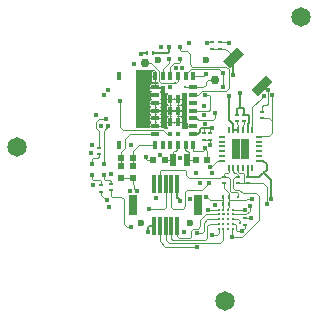
<source format=gbr>
G04 #@! TF.FileFunction,Copper,L6,Bot,Signal*
%FSLAX46Y46*%
G04 Gerber Fmt 4.6, Leading zero omitted, Abs format (unit mm)*
G04 Created by KiCad (PCBNEW 4.0.2+dfsg1-2~bpo8+1-stable) date jue 23 mar 2017 16:55:10 ART*
%MOMM*%
G01*
G04 APERTURE LIST*
%ADD10C,0.100000*%
%ADD11R,0.300000X0.280000*%
%ADD12R,0.450000X0.450000*%
%ADD13R,0.280000X0.300000*%
%ADD14C,0.260000*%
%ADD15R,0.500000X1.000000*%
%ADD16R,0.500000X0.500000*%
%ADD17C,0.600000*%
%ADD18R,0.300000X1.600000*%
%ADD19R,0.800000X1.800000*%
%ADD20R,0.650000X0.350000*%
%ADD21R,0.350000X0.650000*%
%ADD22R,0.350000X0.350000*%
%ADD23R,0.550000X0.250000*%
%ADD24R,0.250000X0.550000*%
%ADD25R,0.800000X0.850000*%
%ADD26C,1.651000*%
%ADD27C,0.762000*%
%ADD28C,0.406400*%
%ADD29C,0.254000*%
%ADD30C,0.088900*%
%ADD31C,0.101600*%
%ADD32C,0.203200*%
G04 APERTURE END LIST*
D10*
D11*
X89550000Y-69160000D03*
X89550000Y-68640000D03*
D12*
X77150000Y-68500000D03*
X78150000Y-68500000D03*
X78150000Y-67500000D03*
X77150000Y-67500000D03*
D11*
X77800000Y-66660000D03*
X77800000Y-66140000D03*
D10*
G36*
X92438047Y-60585966D02*
X91235966Y-61788047D01*
X90670281Y-61222362D01*
X91872362Y-60020281D01*
X92438047Y-60585966D01*
X92438047Y-60585966D01*
G37*
G36*
X90033883Y-58181802D02*
X88831802Y-59383883D01*
X88266117Y-58818198D01*
X89468198Y-57616117D01*
X90033883Y-58181802D01*
X90033883Y-58181802D01*
G37*
D11*
X88050000Y-57760000D03*
X88050000Y-57240000D03*
X87350000Y-57760000D03*
X87350000Y-57240000D03*
X87150000Y-64940000D03*
X87150000Y-65460000D03*
X86650000Y-64940000D03*
X86650000Y-65460000D03*
D13*
X88750000Y-70300000D03*
X88230000Y-70300000D03*
X88750000Y-70900000D03*
X88230000Y-70900000D03*
D11*
X90100000Y-72140000D03*
X90100000Y-72660000D03*
X78750000Y-69240000D03*
X78750000Y-69760000D03*
D14*
X87900000Y-71400000D03*
X87900000Y-72200000D03*
X88700000Y-72200000D03*
X88300000Y-71400000D03*
X87900000Y-72600000D03*
X88300000Y-72600000D03*
X89100000Y-72600000D03*
X88300000Y-71800000D03*
X88700000Y-73000000D03*
X87900000Y-71800000D03*
X88700000Y-71400000D03*
X88300000Y-73000000D03*
X88300000Y-72200000D03*
X87900000Y-73000000D03*
X88700000Y-72600000D03*
X88700000Y-71800000D03*
X89100000Y-71400000D03*
X89100000Y-73000000D03*
X89100000Y-72200000D03*
X89100000Y-71800000D03*
D15*
X85250000Y-67200000D03*
X84050000Y-67200000D03*
D16*
X85950000Y-67200000D03*
X86950000Y-67200000D03*
X83350000Y-67200000D03*
X82350000Y-67200000D03*
X79650000Y-67000000D03*
X80650000Y-67000000D03*
X79650000Y-68700000D03*
X79650000Y-67700000D03*
X80650000Y-68700000D03*
X80650000Y-67700000D03*
D11*
X91600000Y-63650000D03*
X91600000Y-63130000D03*
X89450000Y-63860000D03*
X89450000Y-63340000D03*
X88350000Y-69160000D03*
X88350000Y-68640000D03*
X90050000Y-63860000D03*
X90050000Y-63340000D03*
X90350000Y-69160000D03*
X90350000Y-68640000D03*
X77950000Y-69340000D03*
X77950000Y-69860000D03*
D17*
X86847840Y-58704220D03*
X82747840Y-58704220D03*
X85450000Y-72500000D03*
X81350000Y-72500000D03*
D18*
X84400000Y-72800000D03*
X83900000Y-72800000D03*
X83400000Y-72800000D03*
X82900000Y-72800000D03*
X82400000Y-72800000D03*
X82400000Y-69200000D03*
X82900000Y-69200000D03*
X83400000Y-69200000D03*
X83900000Y-69200000D03*
X84400000Y-69200000D03*
D19*
X80650000Y-71000000D03*
X86150000Y-71000000D03*
D20*
X82530000Y-63650000D03*
X82530000Y-63000000D03*
X82530000Y-62350000D03*
X82530000Y-61700000D03*
X82530000Y-61050000D03*
D21*
X82500000Y-60100000D03*
X83150000Y-60100000D03*
X83800000Y-60100000D03*
X84450000Y-60100000D03*
D20*
X85730000Y-64950000D03*
X85730000Y-64300000D03*
X85730000Y-63650000D03*
X85730000Y-63000000D03*
X85730000Y-62350000D03*
X85730000Y-61700000D03*
X85730000Y-61050000D03*
D21*
X85750000Y-60100000D03*
X85100000Y-60100000D03*
X79500000Y-65900000D03*
X84450000Y-64000000D03*
X85750000Y-65900000D03*
X85100000Y-65900000D03*
X84450000Y-65900000D03*
X83800000Y-65900000D03*
X83150000Y-65900000D03*
X82500000Y-65900000D03*
D20*
X82530000Y-64950000D03*
X82530000Y-64300000D03*
D21*
X84450000Y-63000000D03*
X84450000Y-62000000D03*
D22*
X84450000Y-64950000D03*
X83800000Y-61050000D03*
D21*
X83800000Y-62000000D03*
X83800000Y-63000000D03*
X83800000Y-64000000D03*
D22*
X83800000Y-64950000D03*
D21*
X79500000Y-60100000D03*
D23*
X88150000Y-67240000D03*
X88150000Y-66840000D03*
X88150000Y-66440000D03*
X88150000Y-66040000D03*
X88150000Y-65240000D03*
D24*
X88750000Y-64640000D03*
X89150000Y-64640000D03*
X89550000Y-64640000D03*
X89950000Y-64640000D03*
D25*
X89350000Y-65840000D03*
X89350000Y-66640000D03*
X90150000Y-66640000D03*
X90150000Y-65840000D03*
D24*
X90350000Y-64640000D03*
X90750000Y-64640000D03*
D23*
X91350000Y-65240000D03*
X91350000Y-65640000D03*
X91350000Y-66040000D03*
X91350000Y-66440000D03*
X91350000Y-66840000D03*
X91350000Y-67240000D03*
D24*
X90750000Y-67840000D03*
X90350000Y-67840000D03*
D23*
X88150000Y-65640000D03*
D24*
X89950000Y-67840000D03*
X89550000Y-67840000D03*
X89150000Y-67840000D03*
X88750000Y-67840000D03*
D12*
X84650000Y-58600000D03*
X84650000Y-57600000D03*
X83650000Y-57600000D03*
X83650000Y-58600000D03*
D13*
X82310000Y-58100000D03*
X81790000Y-58100000D03*
D26*
X94850000Y-55100000D03*
X88450000Y-79100000D03*
X70850000Y-66100000D03*
D27*
X87550000Y-60400000D03*
X81650000Y-59000000D03*
D28*
X78650000Y-71200000D03*
X86950000Y-57300000D03*
X84650000Y-66999998D03*
X86842118Y-70300000D03*
X80450000Y-65900000D03*
X81750000Y-66900000D03*
X81355686Y-60900000D03*
X86850000Y-59900000D03*
X81250004Y-64200000D03*
X81450000Y-62600000D03*
X78513430Y-61300000D03*
X82570055Y-70398287D03*
X86750000Y-64100000D03*
X87150000Y-65900000D03*
X86750000Y-66200000D03*
X85450000Y-70500000D03*
X80950000Y-69807884D03*
X89686560Y-61500000D03*
X83050000Y-57600000D03*
X81950004Y-73300000D03*
X92350000Y-70527126D03*
X92050000Y-61300000D03*
X77050000Y-66600000D03*
X77213430Y-65880144D03*
X84948782Y-73300000D03*
X86350000Y-69100000D03*
X86650000Y-63400000D03*
X80350000Y-69807884D03*
X77250000Y-69300000D03*
X81349996Y-58200000D03*
X88771510Y-61743021D03*
X78150000Y-61700000D03*
X87192102Y-67800000D03*
X87350000Y-64500002D03*
X88750000Y-57300000D03*
X90713430Y-70527116D03*
X90667338Y-72112143D03*
X91950000Y-70900000D03*
X78550000Y-64300000D03*
X77949996Y-64300000D03*
X84649507Y-70624511D03*
X92450000Y-61700000D03*
X86650000Y-62599994D03*
X80750006Y-59100000D03*
X85350000Y-57300004D03*
X87087991Y-69137991D03*
D29*
X88700000Y-71800000D03*
D28*
X89132782Y-60007808D03*
X87550000Y-70999994D03*
D29*
X88300000Y-72600000D03*
D28*
X88250000Y-59800000D03*
X88239958Y-61000000D03*
D29*
X88700000Y-73000000D03*
D28*
X89850000Y-73200000D03*
X91750000Y-61752898D03*
D29*
X89550000Y-70333290D03*
X88700000Y-72600000D03*
D28*
X81982757Y-71306835D03*
X89050000Y-73700000D03*
X84814596Y-59423270D03*
X90150000Y-71400000D03*
X84314595Y-59423270D03*
X90528492Y-71043022D03*
X86750000Y-61700000D03*
X87550000Y-63200000D03*
X79550000Y-62200000D03*
X86050000Y-74536570D03*
X86050000Y-73400000D03*
X82893453Y-66743453D03*
X78750000Y-68400000D03*
X85963722Y-68263430D03*
X87350000Y-73499992D03*
X77549994Y-63400000D03*
D29*
X85050000Y-61000000D03*
X88309109Y-71790891D03*
X84225000Y-60700000D03*
X88300000Y-72200000D03*
D28*
X87023121Y-71457791D03*
X78359022Y-63696107D03*
X78430061Y-70604080D03*
D29*
X89684102Y-72534102D03*
D28*
X87350000Y-68300000D03*
X80450000Y-72900000D03*
D29*
X88700000Y-72200000D03*
D30*
X86650000Y-60100000D02*
X86850000Y-59900000D01*
X85750000Y-60100000D02*
X86650000Y-60100000D01*
X87010000Y-57240000D02*
X86950000Y-57300000D01*
X87350000Y-57240000D02*
X87010000Y-57240000D01*
D31*
X87142118Y-70600000D02*
X87045317Y-70503199D01*
X87045317Y-70503199D02*
X86842118Y-70300000D01*
X88230000Y-70600000D02*
X87142118Y-70600000D01*
D30*
X81750000Y-67100000D02*
X81750000Y-66900000D01*
D31*
X81450000Y-62887368D02*
X81450000Y-62600000D01*
X81450000Y-63450000D02*
X81450000Y-62887368D01*
X81600000Y-63600000D02*
X81450000Y-63450000D01*
D32*
X90350000Y-64640000D02*
X90350000Y-64161800D01*
X90350000Y-64161800D02*
X90450000Y-64061800D01*
X90450000Y-64061800D02*
X90450000Y-63386800D01*
X90450000Y-63386800D02*
X90403200Y-63340000D01*
X90403200Y-63340000D02*
X90050000Y-63340000D01*
X91650000Y-68300000D02*
X91750000Y-68300000D01*
X91750000Y-68300000D02*
X92350000Y-68900000D01*
X91650000Y-68300000D02*
X91310000Y-68640000D01*
X91310000Y-68640000D02*
X90350000Y-68640000D01*
X91950000Y-68000000D02*
X91650000Y-68300000D01*
X92350000Y-70239758D02*
X92350000Y-70527126D01*
X92350000Y-68900000D02*
X92350000Y-70239758D01*
X91350000Y-67240000D02*
X91690000Y-67240000D01*
X91690000Y-67240000D02*
X91950000Y-67500000D01*
X91950000Y-67500000D02*
X91950000Y-68000000D01*
X89550000Y-62800000D02*
X89750000Y-62800000D01*
X89750000Y-62800000D02*
X89950000Y-62800000D01*
X89686560Y-61636560D02*
X89686560Y-62736560D01*
X89686560Y-62736560D02*
X89750000Y-62800000D01*
X89686560Y-61636560D02*
X89686560Y-61500000D01*
X89450000Y-63340000D02*
X89450000Y-62900000D01*
X89450000Y-62900000D02*
X89550000Y-62800000D01*
X89950000Y-62800000D02*
X90050000Y-62900000D01*
X90050000Y-62900000D02*
X90050000Y-63340000D01*
X90350000Y-67840000D02*
X90350000Y-68640000D01*
D31*
X86750022Y-64100022D02*
X86750000Y-64100000D01*
X86849984Y-64100022D02*
X86750022Y-64100022D01*
X86750000Y-64200000D02*
X86750000Y-64100000D01*
D30*
X87150000Y-65460000D02*
X87150000Y-65900000D01*
D31*
X85700000Y-65900000D02*
X85700000Y-66350000D01*
X85700000Y-66350000D02*
X85750000Y-66400000D01*
X85750000Y-66400000D02*
X86550000Y-66400000D01*
X86550000Y-66400000D02*
X86750000Y-66200000D01*
X86950000Y-66400000D02*
X86750000Y-66200000D01*
X86950000Y-67200000D02*
X86950000Y-66400000D01*
X91750000Y-62500000D02*
X91600000Y-62650000D01*
X91600000Y-62650000D02*
X91600000Y-63130000D01*
X91950000Y-62500000D02*
X91750000Y-62500000D01*
X92092901Y-62357099D02*
X91950000Y-62500000D01*
X92050000Y-61300000D02*
X92050000Y-61545404D01*
X92050000Y-61545404D02*
X92092901Y-61588305D01*
X92092901Y-61588305D02*
X92092901Y-62357099D01*
X87150000Y-65460000D02*
X86650000Y-65460000D01*
X80746801Y-69296801D02*
X80650000Y-69200000D01*
X80650000Y-69200000D02*
X80650000Y-68700000D01*
X80950000Y-69807884D02*
X80746801Y-69604685D01*
X80746801Y-69604685D02*
X80746801Y-69296801D01*
X79650000Y-68700000D02*
X80650000Y-68700000D01*
X82350000Y-67200000D02*
X81850000Y-67200000D01*
X81850000Y-67200000D02*
X81750000Y-67100000D01*
D32*
X81950004Y-73012632D02*
X81950004Y-73300000D01*
X81950004Y-72896796D02*
X81950004Y-73012632D01*
X82046800Y-72800000D02*
X81950004Y-72896796D01*
X82400000Y-72800000D02*
X82046800Y-72800000D01*
X91950000Y-61300000D02*
X92050000Y-61300000D01*
X91554164Y-60904164D02*
X91950000Y-61300000D01*
D31*
X88230000Y-70300000D02*
X88230000Y-70600000D01*
X88230000Y-70600000D02*
X88230000Y-70900000D01*
X88250000Y-71166153D02*
X88244553Y-71166153D01*
X88244553Y-71166153D02*
X88230000Y-71151600D01*
X88230000Y-71151600D02*
X88230000Y-70900000D01*
X88300000Y-71400000D02*
X88300000Y-71216153D01*
X88300000Y-71216153D02*
X88250000Y-71166153D01*
D32*
X81349996Y-58196804D02*
X81349996Y-58200000D01*
X81790000Y-58100000D02*
X81446800Y-58100000D01*
X81350000Y-58200000D02*
X81349996Y-58200000D01*
X81446800Y-58100000D02*
X81349996Y-58196804D01*
X81450000Y-58100000D02*
X81350000Y-58200000D01*
D31*
X78150000Y-67500000D02*
X78150000Y-64700000D01*
X78150000Y-64700000D02*
X78550000Y-64300000D01*
D32*
X89150000Y-64161800D02*
X88771510Y-63783310D01*
X89150000Y-64640000D02*
X89150000Y-64161800D01*
X88771510Y-63783310D02*
X88771510Y-62030389D01*
X88771510Y-62030389D02*
X88771510Y-61743021D01*
D30*
X87326100Y-67700000D02*
X87292102Y-67700000D01*
X87292102Y-67700000D02*
X87192102Y-67800000D01*
X88150000Y-67240000D02*
X87786100Y-67240000D01*
X87786100Y-67240000D02*
X87326100Y-67700000D01*
D32*
X89150000Y-64640000D02*
X89550000Y-64640000D01*
D31*
X89450000Y-63860000D02*
X89450000Y-64101600D01*
X89450000Y-64101600D02*
X89550000Y-64201600D01*
X89550000Y-64201600D02*
X89550000Y-64640000D01*
X90550000Y-69160000D02*
X90350000Y-69160000D01*
X90350000Y-69160000D02*
X90010000Y-69160000D01*
X90050000Y-69160000D02*
X90010000Y-69160000D01*
X89950000Y-68300000D02*
X90050000Y-68400000D01*
X90050000Y-68400000D02*
X90050000Y-69160000D01*
X89655079Y-68300000D02*
X89950000Y-68300000D01*
X89550000Y-68194921D02*
X89655079Y-68300000D01*
X89550000Y-67840000D02*
X89550000Y-68194921D01*
X89550000Y-69160000D02*
X89801600Y-69160000D01*
X89801600Y-69160000D02*
X90010000Y-69160000D01*
D30*
X88750000Y-70300000D02*
X88750000Y-70000000D01*
X88750000Y-70000000D02*
X88350000Y-69600000D01*
X88350000Y-69600000D02*
X88350000Y-69160000D01*
D31*
X91350000Y-65200000D02*
X92150000Y-65200000D01*
X92150000Y-65200000D02*
X92450000Y-64900000D01*
X92450000Y-64900000D02*
X92450000Y-63900000D01*
D32*
X87150000Y-64500000D02*
X87349998Y-64500000D01*
X87350000Y-64519110D02*
X87350000Y-64500002D01*
X87349998Y-64500000D02*
X87350000Y-64500002D01*
D31*
X91950000Y-69500000D02*
X91950000Y-70900000D01*
X91610000Y-69160000D02*
X91950000Y-69500000D01*
X90550000Y-69160000D02*
X91610000Y-69160000D01*
X88750000Y-70600000D02*
X90242504Y-70600000D01*
X90242504Y-70600000D02*
X90315388Y-70527116D01*
X90315388Y-70527116D02*
X90426062Y-70527116D01*
X90426062Y-70527116D02*
X90713430Y-70527116D01*
D32*
X86650000Y-64500000D02*
X87150000Y-64500000D01*
D31*
X87150000Y-64940000D02*
X87150000Y-64698400D01*
X87150000Y-64698400D02*
X87150000Y-64500000D01*
D32*
X86450000Y-64500000D02*
X86650000Y-64500000D01*
D31*
X86650000Y-64940000D02*
X86650000Y-64698400D01*
X86650000Y-64698400D02*
X86650000Y-64500000D01*
D32*
X86350000Y-64600000D02*
X86450000Y-64500000D01*
X86350000Y-64783200D02*
X86350000Y-64600000D01*
X85680000Y-64950000D02*
X86183200Y-64950000D01*
X86183200Y-64950000D02*
X86350000Y-64783200D01*
D30*
X88050000Y-57240000D02*
X88690000Y-57240000D01*
X88690000Y-57240000D02*
X88750000Y-57300000D01*
D31*
X90379970Y-72112143D02*
X90667338Y-72112143D01*
X90122857Y-72112143D02*
X90379970Y-72112143D01*
X90100000Y-72135000D02*
X90122857Y-72112143D01*
X92200000Y-63650000D02*
X92450000Y-63900000D01*
X91600000Y-63650000D02*
X92200000Y-63650000D01*
D32*
X84446308Y-70421312D02*
X84649507Y-70624511D01*
X84400000Y-69200000D02*
X84400000Y-70375004D01*
X84400000Y-70375004D02*
X84446308Y-70421312D01*
D31*
X92450000Y-63900000D02*
X92450000Y-61700000D01*
X88750000Y-70600000D02*
X88750000Y-70900000D01*
X88750000Y-70300000D02*
X88750000Y-70600000D01*
X88700000Y-71400000D02*
X88700000Y-71216153D01*
X88700000Y-71216153D02*
X88750000Y-71166153D01*
X88750000Y-71166153D02*
X88750000Y-70900000D01*
D30*
X83900000Y-69200000D02*
X83900000Y-71150000D01*
X83900000Y-71150000D02*
X84050000Y-71300000D01*
X84050000Y-71300000D02*
X84850000Y-71300000D01*
X84850000Y-71300000D02*
X85050000Y-71100000D01*
X85050000Y-71100000D02*
X85050000Y-69900000D01*
X85050000Y-69900000D02*
X85250000Y-69700000D01*
X85250000Y-69700000D02*
X86525982Y-69700000D01*
X86525982Y-69700000D02*
X86884792Y-69341190D01*
X86884792Y-69341190D02*
X87087991Y-69137991D01*
X88050000Y-57760000D02*
X88410000Y-57760000D01*
X88410000Y-57760000D02*
X88650000Y-58000000D01*
X87350000Y-57760000D02*
X88050000Y-57760000D01*
D32*
X89150000Y-59990590D02*
X89132782Y-60007808D01*
X89150000Y-58500000D02*
X89150000Y-59990590D01*
D30*
X88650000Y-58000000D02*
X89150000Y-58500000D01*
X88239958Y-61000000D02*
X88239958Y-59810042D01*
X88046801Y-59596801D02*
X88250000Y-59800000D01*
X85572189Y-59477811D02*
X87927811Y-59477811D01*
X88239958Y-59810042D02*
X88250000Y-59800000D01*
X85100000Y-60100000D02*
X85100000Y-59950000D01*
X85100000Y-59950000D02*
X85572189Y-59477811D01*
X87927811Y-59477811D02*
X88046801Y-59596801D01*
X89100000Y-72600000D02*
X89250000Y-72600000D01*
X89363351Y-73113351D02*
X89450000Y-73200000D01*
X89250000Y-72600000D02*
X89363351Y-72713351D01*
X89363351Y-72713351D02*
X89363351Y-73113351D01*
X89450000Y-73200000D02*
X89850000Y-73200000D01*
D31*
X90100000Y-72950000D02*
X90053199Y-72996801D01*
X90053199Y-72996801D02*
X89850000Y-73200000D01*
X90100000Y-72665000D02*
X90100000Y-72950000D01*
X90750000Y-64600000D02*
X90750000Y-62700012D01*
X90750000Y-62700012D02*
X91523013Y-61926999D01*
X91523013Y-61926999D02*
X91650012Y-61800000D01*
D30*
X91650012Y-61800000D02*
X91702898Y-61800000D01*
X91702898Y-61800000D02*
X91750000Y-61752898D01*
X88350000Y-68640000D02*
X88111100Y-68640000D01*
X88111100Y-68640000D02*
X88051100Y-68700000D01*
X85050000Y-68000000D02*
X83050000Y-68000000D01*
X88051100Y-68700000D02*
X85350000Y-68700000D01*
X85350000Y-68700000D02*
X85150000Y-68500000D01*
X85150000Y-68500000D02*
X85150000Y-68100000D01*
X85150000Y-68100000D02*
X85050000Y-68000000D01*
X83050000Y-68000000D02*
X82902160Y-68147840D01*
X82902160Y-68147840D02*
X82902160Y-69204220D01*
X89550000Y-70333290D02*
X89550000Y-70000000D01*
X89550000Y-70000000D02*
X89450000Y-69900000D01*
X89450000Y-69900000D02*
X88950000Y-69900000D01*
X88950000Y-69900000D02*
X88850000Y-69800000D01*
X88850000Y-69800000D02*
X88850000Y-68800000D01*
X88690000Y-68640000D02*
X88350000Y-68640000D01*
X88850000Y-68800000D02*
X88690000Y-68640000D01*
X88350000Y-68640000D02*
X88350000Y-68411100D01*
X88653900Y-68300000D02*
X88750000Y-68203900D01*
X88350000Y-68411100D02*
X88461100Y-68300000D01*
X88461100Y-68300000D02*
X88653900Y-68300000D01*
X88750000Y-68203900D02*
X88750000Y-67840000D01*
X89050000Y-73700000D02*
X89848098Y-73700000D01*
X89848098Y-73700000D02*
X91313448Y-72234650D01*
X91313448Y-72234650D02*
X91313448Y-70263448D01*
X91313448Y-70263448D02*
X91050000Y-70000000D01*
X89310000Y-68640000D02*
X89550000Y-68640000D01*
X91050000Y-70000000D02*
X89950000Y-70000000D01*
X89650000Y-69700000D02*
X89250000Y-69700000D01*
X89950000Y-70000000D02*
X89650000Y-69700000D01*
X89250000Y-69700000D02*
X89150000Y-69600000D01*
X89150000Y-68800000D02*
X89310000Y-68640000D01*
X89150000Y-69600000D02*
X89150000Y-68800000D01*
X89100000Y-73000000D02*
X89050000Y-73050000D01*
X89050000Y-73050000D02*
X89050000Y-73700000D01*
X89246100Y-68300000D02*
X89394639Y-68300000D01*
X89394639Y-68300000D02*
X89550000Y-68455361D01*
X89550000Y-68455361D02*
X89550000Y-68640000D01*
X89246100Y-68300000D02*
X89250000Y-68300000D01*
X89150000Y-67840000D02*
X89150000Y-68203900D01*
X89150000Y-68203900D02*
X89246100Y-68300000D01*
X83400000Y-69200000D02*
X83400000Y-71150000D01*
X83400000Y-71150000D02*
X83243165Y-71306835D01*
X82270125Y-71306835D02*
X81982757Y-71306835D01*
X83243165Y-71306835D02*
X82270125Y-71306835D01*
X90250000Y-71300000D02*
X90150000Y-71400000D01*
X89100000Y-71400000D02*
X90150000Y-71400000D01*
X89100000Y-71800000D02*
X90237368Y-71800000D01*
X90528492Y-71330390D02*
X90528492Y-71043022D01*
X90528492Y-71508876D02*
X90528492Y-71330390D01*
X90237368Y-71800000D02*
X90528492Y-71508876D01*
X77850000Y-68900000D02*
X77950000Y-69000000D01*
X77950000Y-69000000D02*
X77950000Y-69340000D01*
X77236100Y-68900000D02*
X77850000Y-68900000D01*
X77150000Y-68500000D02*
X77150000Y-68813900D01*
X77150000Y-68813900D02*
X77236100Y-68900000D01*
X78650000Y-68900000D02*
X78750000Y-69000000D01*
X78750000Y-69000000D02*
X78750000Y-69240000D01*
X78236100Y-68900000D02*
X78650000Y-68900000D01*
X78150000Y-68500000D02*
X78150000Y-68813900D01*
X78150000Y-68813900D02*
X78236100Y-68900000D01*
X77150000Y-67500000D02*
X77150000Y-67100000D01*
X77150000Y-67100000D02*
X77250000Y-67000000D01*
X77250000Y-67000000D02*
X77688900Y-67000000D01*
X77688900Y-67000000D02*
X77800000Y-66888900D01*
X77800000Y-66888900D02*
X77800000Y-66660000D01*
D31*
X90050000Y-63860000D02*
X90050000Y-64101600D01*
X90050000Y-64101600D02*
X89950000Y-64201600D01*
X89950000Y-64201600D02*
X89950000Y-64640000D01*
D30*
X85680000Y-63000000D02*
X87050000Y-63000000D01*
X87050000Y-63000000D02*
X87153199Y-62896801D01*
X87153199Y-61803199D02*
X87050000Y-61700000D01*
X87153199Y-62896801D02*
X87153199Y-61803199D01*
X87050000Y-61700000D02*
X86750000Y-61700000D01*
X85680000Y-63650000D02*
X86068900Y-63650000D01*
X86068900Y-63650000D02*
X86182348Y-63763448D01*
X86182348Y-63763448D02*
X87386552Y-63763448D01*
X87386552Y-63763448D02*
X87550000Y-63600000D01*
X87550000Y-63600000D02*
X87550000Y-63200000D01*
X83750000Y-64950000D02*
X83511100Y-64950000D01*
X83511100Y-64950000D02*
X83186100Y-64625000D01*
X83186100Y-64625000D02*
X79775000Y-64625000D01*
X79775000Y-64625000D02*
X79550000Y-64400000D01*
X79550000Y-64400000D02*
X79550000Y-62200000D01*
X87900000Y-71800000D02*
X86850000Y-71800000D01*
X86850000Y-71800000D02*
X86350000Y-72300000D01*
X86350000Y-72300000D02*
X86350000Y-72800000D01*
X84400000Y-73650000D02*
X84400000Y-72800000D01*
X86350000Y-72800000D02*
X86150000Y-73000000D01*
X84550000Y-73800000D02*
X84400000Y-73650000D01*
X86150000Y-73000000D02*
X85750000Y-73000000D01*
X85550000Y-73200000D02*
X85550000Y-73700000D01*
X85450000Y-73800000D02*
X84550000Y-73800000D01*
X85750000Y-73000000D02*
X85550000Y-73200000D01*
X85550000Y-73700000D02*
X85450000Y-73800000D01*
X87900000Y-72600000D02*
X87150000Y-72600000D01*
X87150000Y-72600000D02*
X86950000Y-72800000D01*
X86950000Y-72800000D02*
X86950000Y-73800000D01*
X84050000Y-74000000D02*
X83897840Y-73847840D01*
X86950000Y-73800000D02*
X86750000Y-74000000D01*
X86750000Y-74000000D02*
X84050000Y-74000000D01*
X83897840Y-73847840D02*
X83897840Y-72800860D01*
X83400000Y-72800000D02*
X83400000Y-73950000D01*
X83650000Y-74200000D02*
X88050000Y-74200000D01*
X83400000Y-73950000D02*
X83650000Y-74200000D01*
X88050000Y-74200000D02*
X88300000Y-73950000D01*
X88300000Y-73950000D02*
X88300000Y-73183847D01*
X88300000Y-73183847D02*
X88300000Y-73000000D01*
X86050000Y-73400000D02*
X86450000Y-73400000D01*
X86450000Y-73400000D02*
X86650000Y-73200000D01*
X86650000Y-73200000D02*
X86650000Y-72500000D01*
X86650000Y-72500000D02*
X86950000Y-72200000D01*
X86950000Y-72200000D02*
X87050000Y-72200000D01*
X87050000Y-72200000D02*
X87900000Y-72200000D01*
X82900000Y-72800000D02*
X82900000Y-74050000D01*
X82900000Y-74050000D02*
X83386570Y-74536570D01*
X83386570Y-74536570D02*
X85762632Y-74536570D01*
X85762632Y-74536570D02*
X86050000Y-74536570D01*
X86250000Y-73400000D02*
X86050000Y-73400000D01*
D31*
X85950000Y-67200000D02*
X85250000Y-67200000D01*
D30*
X85050000Y-65900000D02*
X85050000Y-66288900D01*
X85050000Y-66288900D02*
X85150000Y-66388900D01*
X85238900Y-66388900D02*
X85350000Y-66500000D01*
X85150000Y-66388900D02*
X85238900Y-66388900D01*
X85350000Y-66500000D02*
X85350000Y-67100000D01*
X85350000Y-67100000D02*
X85250000Y-67200000D01*
X82530000Y-64950000D02*
X80400000Y-64950000D01*
X79950000Y-65400000D02*
X79950000Y-66200000D01*
X80400000Y-64950000D02*
X79950000Y-65400000D01*
X79950000Y-66200000D02*
X79650000Y-66500000D01*
X79650000Y-66500000D02*
X79650000Y-67000000D01*
D31*
X79650000Y-67000000D02*
X79650000Y-67700000D01*
X83350000Y-67200000D02*
X84050000Y-67200000D01*
D30*
X84150000Y-66400000D02*
X84050000Y-66500000D01*
X84050000Y-66500000D02*
X84050000Y-67200000D01*
X84288900Y-66400000D02*
X84150000Y-66400000D01*
X84400000Y-65900000D02*
X84400000Y-66288900D01*
X84400000Y-66288900D02*
X84288900Y-66400000D01*
D31*
X82450000Y-65900000D02*
X81150000Y-65900000D01*
X81150000Y-65900000D02*
X80650000Y-66400000D01*
X80650000Y-67000000D02*
X80650000Y-67700000D01*
X80650000Y-66400000D02*
X80650000Y-67000000D01*
D30*
X87900000Y-73000000D02*
X87900000Y-73350000D01*
X87900000Y-73350000D02*
X87750008Y-73499992D01*
X87750008Y-73499992D02*
X87350000Y-73499992D01*
X86850000Y-60800000D02*
X86600000Y-61050000D01*
X86600000Y-61050000D02*
X85730000Y-61050000D01*
X86850000Y-60561185D02*
X86850000Y-60800000D01*
X87550000Y-60400000D02*
X87011185Y-60400000D01*
X87011185Y-60400000D02*
X86850000Y-60561185D01*
X85229605Y-61000000D02*
X85050000Y-61000000D01*
X85680000Y-61050000D02*
X85630000Y-61000000D01*
X85630000Y-61000000D02*
X85229605Y-61000000D01*
X84263900Y-60700000D02*
X84225000Y-60700000D01*
X82825000Y-60515032D02*
X83009968Y-60700000D01*
X84045395Y-60700000D02*
X84225000Y-60700000D01*
X84450000Y-60513900D02*
X84263900Y-60700000D01*
X84450000Y-60100000D02*
X84450000Y-60513900D01*
X82188815Y-59000000D02*
X82825000Y-59636185D01*
X82825000Y-59636185D02*
X82825000Y-60515032D01*
X81650000Y-59000000D02*
X82188815Y-59000000D01*
X83009968Y-60700000D02*
X84045395Y-60700000D01*
X83800000Y-60100000D02*
X83800000Y-59350000D01*
X83800000Y-59350000D02*
X84150000Y-59000000D01*
X84150000Y-59000000D02*
X84550000Y-59000000D01*
X84550000Y-59000000D02*
X84650000Y-58900000D01*
X84650000Y-58900000D02*
X84650000Y-58600000D01*
X85730000Y-61700000D02*
X86143900Y-61700000D01*
X88750000Y-59501902D02*
X88548098Y-59300000D01*
X85650000Y-59300000D02*
X85450000Y-59100000D01*
X84650000Y-57913900D02*
X84650000Y-57600000D01*
X86143900Y-61700000D02*
X86480451Y-61363449D01*
X86480451Y-61363449D02*
X88486551Y-61363449D01*
X88486551Y-61363449D02*
X88750000Y-61100000D01*
X85450000Y-58200000D02*
X85250000Y-58000000D01*
X88750000Y-61100000D02*
X88750000Y-59501902D01*
X88548098Y-59300000D02*
X85650000Y-59300000D01*
X85450000Y-59100000D02*
X85450000Y-58200000D01*
X85250000Y-58000000D02*
X84736100Y-58000000D01*
X84736100Y-58000000D02*
X84650000Y-57913900D01*
D32*
X82310000Y-58100000D02*
X83578200Y-58100000D01*
X83578200Y-58100000D02*
X83650000Y-58028200D01*
X83650000Y-58028200D02*
X83650000Y-57600000D01*
D30*
X83150000Y-60100000D02*
X83150000Y-59500000D01*
X83150000Y-59500000D02*
X83650000Y-59000000D01*
X83650000Y-59000000D02*
X83650000Y-58600000D01*
X86950002Y-71400000D02*
X87007793Y-71457791D01*
X87007793Y-71457791D02*
X87023121Y-71457791D01*
X77800000Y-66140000D02*
X77800000Y-64748096D01*
X77753893Y-63696107D02*
X78071654Y-63696107D01*
X77800000Y-64748096D02*
X77513449Y-64461545D01*
X77513449Y-64461545D02*
X77513449Y-63936551D01*
X77513449Y-63936551D02*
X77753893Y-63696107D01*
X78071654Y-63696107D02*
X78359022Y-63696107D01*
X87900000Y-71400000D02*
X86950002Y-71400000D01*
X87049994Y-71400000D02*
X86950002Y-71400000D01*
X78226862Y-70400881D02*
X78430061Y-70604080D01*
X77950000Y-69860000D02*
X77950000Y-70124019D01*
X77950000Y-70124019D02*
X78226862Y-70400881D01*
X89100000Y-72200000D02*
X89550000Y-72200000D01*
X89550000Y-72200000D02*
X89684102Y-72334102D01*
X89684102Y-72334102D02*
X89684102Y-72534102D01*
X80450000Y-72900000D02*
X80162632Y-72900000D01*
X80162632Y-72900000D02*
X79850000Y-72587368D01*
X79850000Y-70500000D02*
X79650000Y-70300000D01*
X79850000Y-72587368D02*
X79850000Y-70500000D01*
X79650000Y-70300000D02*
X78850000Y-70300000D01*
X78850000Y-70300000D02*
X78750000Y-70200000D01*
X78750000Y-70200000D02*
X78750000Y-69760000D01*
D31*
G36*
X82532389Y-59621962D02*
X82512700Y-59641650D01*
X82512700Y-60087300D01*
X82532700Y-60087300D01*
X82532700Y-60112700D01*
X82512700Y-60112700D01*
X82512700Y-60558350D01*
X82557150Y-60602800D01*
X82649784Y-60602800D01*
X82651567Y-60606152D01*
X82659908Y-60622244D01*
X82660551Y-60623050D01*
X82661039Y-60623967D01*
X82672542Y-60638070D01*
X82683876Y-60652269D01*
X82685298Y-60653711D01*
X82685321Y-60653739D01*
X82685347Y-60653760D01*
X82685806Y-60654226D01*
X82728780Y-60697200D01*
X82587150Y-60697200D01*
X82542700Y-60741650D01*
X82542700Y-61037300D01*
X82988350Y-61037300D01*
X83032800Y-60992850D01*
X83032800Y-60896850D01*
X83299200Y-60896850D01*
X83299200Y-61500000D01*
X83301211Y-61514153D01*
X83307086Y-61527184D01*
X83316358Y-61538064D01*
X83328294Y-61545929D01*
X83341949Y-61550158D01*
X83350000Y-61550800D01*
X83497753Y-61550800D01*
X83486894Y-61561659D01*
X83467436Y-61590780D01*
X83454033Y-61623137D01*
X83447200Y-61657488D01*
X83447200Y-61942850D01*
X83491650Y-61987300D01*
X83787300Y-61987300D01*
X83787300Y-61967300D01*
X83812700Y-61967300D01*
X83812700Y-61987300D01*
X84108350Y-61987300D01*
X84125000Y-61970650D01*
X84141650Y-61987300D01*
X84437300Y-61987300D01*
X84437300Y-61967300D01*
X84462700Y-61967300D01*
X84462700Y-61987300D01*
X84758350Y-61987300D01*
X84802800Y-61942850D01*
X84802800Y-61657488D01*
X84795967Y-61623137D01*
X84782564Y-61590780D01*
X84763106Y-61561659D01*
X84752247Y-61550800D01*
X85099200Y-61550800D01*
X85099200Y-64000000D01*
X85101211Y-64014153D01*
X85107086Y-64027184D01*
X85116358Y-64038064D01*
X85128294Y-64045929D01*
X85141949Y-64050158D01*
X85150000Y-64050800D01*
X85243285Y-64050800D01*
X85234033Y-64073137D01*
X85227200Y-64107488D01*
X85227200Y-64242850D01*
X85271650Y-64287300D01*
X85717300Y-64287300D01*
X85717300Y-64267300D01*
X85742700Y-64267300D01*
X85742700Y-64287300D01*
X85762700Y-64287300D01*
X85762700Y-64312700D01*
X85742700Y-64312700D01*
X85742700Y-64332700D01*
X85717300Y-64332700D01*
X85717300Y-64312700D01*
X85271650Y-64312700D01*
X85227200Y-64357150D01*
X85227200Y-64449200D01*
X84752247Y-64449200D01*
X84763106Y-64438341D01*
X84782564Y-64409220D01*
X84795967Y-64376863D01*
X84802800Y-64342512D01*
X84802800Y-64057150D01*
X84758350Y-64012700D01*
X84462700Y-64012700D01*
X84462700Y-64032700D01*
X84437300Y-64032700D01*
X84437300Y-64012700D01*
X84141650Y-64012700D01*
X84125000Y-64029350D01*
X84108350Y-64012700D01*
X83812700Y-64012700D01*
X83812700Y-64032700D01*
X83787300Y-64032700D01*
X83787300Y-64012700D01*
X83491650Y-64012700D01*
X83447200Y-64057150D01*
X83447200Y-64342512D01*
X83454033Y-64376863D01*
X83467436Y-64409220D01*
X83486894Y-64438341D01*
X83497753Y-64449200D01*
X83272982Y-64449200D01*
X83263647Y-64444068D01*
X83262660Y-64443755D01*
X83261748Y-64443266D01*
X83244317Y-64437936D01*
X83227027Y-64432452D01*
X83226004Y-64432337D01*
X83225009Y-64432033D01*
X83206868Y-64430190D01*
X83188848Y-64428169D01*
X83186827Y-64428155D01*
X83186787Y-64428151D01*
X83186750Y-64428154D01*
X83186100Y-64428150D01*
X83032800Y-64428150D01*
X83032800Y-64357150D01*
X82988350Y-64312700D01*
X82542700Y-64312700D01*
X82542700Y-64332700D01*
X82517300Y-64332700D01*
X82517300Y-64312700D01*
X82071650Y-64312700D01*
X82027200Y-64357150D01*
X82027200Y-64428150D01*
X80900800Y-64428150D01*
X80900800Y-63707150D01*
X82027200Y-63707150D01*
X82027200Y-63842512D01*
X82034033Y-63876863D01*
X82047436Y-63909220D01*
X82066894Y-63938341D01*
X82091659Y-63963106D01*
X82109460Y-63975000D01*
X82091659Y-63986894D01*
X82066894Y-64011659D01*
X82047436Y-64040780D01*
X82034033Y-64073137D01*
X82027200Y-64107488D01*
X82027200Y-64242850D01*
X82071650Y-64287300D01*
X82517300Y-64287300D01*
X82517300Y-63991650D01*
X82500650Y-63975000D01*
X82517300Y-63958350D01*
X82517300Y-63662700D01*
X82542700Y-63662700D01*
X82542700Y-63958350D01*
X82559350Y-63975000D01*
X82542700Y-63991650D01*
X82542700Y-64287300D01*
X82988350Y-64287300D01*
X83032800Y-64242850D01*
X83032800Y-64107488D01*
X83025967Y-64073137D01*
X83012564Y-64040780D01*
X82993106Y-64011659D01*
X82968341Y-63986894D01*
X82950540Y-63975000D01*
X82968341Y-63963106D01*
X82993106Y-63938341D01*
X83012564Y-63909220D01*
X83025967Y-63876863D01*
X83032800Y-63842512D01*
X83032800Y-63707150D01*
X82988350Y-63662700D01*
X82542700Y-63662700D01*
X82517300Y-63662700D01*
X82071650Y-63662700D01*
X82027200Y-63707150D01*
X80900800Y-63707150D01*
X80900800Y-63057150D01*
X82027200Y-63057150D01*
X82027200Y-63192512D01*
X82034033Y-63226863D01*
X82047436Y-63259220D01*
X82066894Y-63288341D01*
X82091659Y-63313106D01*
X82109460Y-63325000D01*
X82091659Y-63336894D01*
X82066894Y-63361659D01*
X82047436Y-63390780D01*
X82034033Y-63423137D01*
X82027200Y-63457488D01*
X82027200Y-63592850D01*
X82071650Y-63637300D01*
X82517300Y-63637300D01*
X82517300Y-63341650D01*
X82500650Y-63325000D01*
X82517300Y-63308350D01*
X82517300Y-63012700D01*
X82542700Y-63012700D01*
X82542700Y-63308350D01*
X82559350Y-63325000D01*
X82542700Y-63341650D01*
X82542700Y-63637300D01*
X82988350Y-63637300D01*
X83032800Y-63592850D01*
X83032800Y-63457488D01*
X83025967Y-63423137D01*
X83012564Y-63390780D01*
X82993106Y-63361659D01*
X82968341Y-63336894D01*
X82950540Y-63325000D01*
X82968341Y-63313106D01*
X82993106Y-63288341D01*
X83012564Y-63259220D01*
X83025967Y-63226863D01*
X83032800Y-63192512D01*
X83032800Y-63057150D01*
X83447200Y-63057150D01*
X83447200Y-63342512D01*
X83454033Y-63376863D01*
X83467436Y-63409220D01*
X83486894Y-63438341D01*
X83511659Y-63463106D01*
X83540780Y-63482564D01*
X83573138Y-63495967D01*
X83593412Y-63500000D01*
X83573138Y-63504033D01*
X83540780Y-63517436D01*
X83511659Y-63536894D01*
X83486894Y-63561659D01*
X83467436Y-63590780D01*
X83454033Y-63623137D01*
X83447200Y-63657488D01*
X83447200Y-63942850D01*
X83491650Y-63987300D01*
X83787300Y-63987300D01*
X83787300Y-63541650D01*
X83745650Y-63500000D01*
X83787300Y-63458350D01*
X83787300Y-63012700D01*
X83812700Y-63012700D01*
X83812700Y-63458350D01*
X83854350Y-63500000D01*
X83812700Y-63541650D01*
X83812700Y-63987300D01*
X84108350Y-63987300D01*
X84125000Y-63970650D01*
X84141650Y-63987300D01*
X84437300Y-63987300D01*
X84437300Y-63541650D01*
X84395650Y-63500000D01*
X84437300Y-63458350D01*
X84437300Y-63012700D01*
X84462700Y-63012700D01*
X84462700Y-63458350D01*
X84504350Y-63500000D01*
X84462700Y-63541650D01*
X84462700Y-63987300D01*
X84758350Y-63987300D01*
X84802800Y-63942850D01*
X84802800Y-63657488D01*
X84795967Y-63623137D01*
X84782564Y-63590780D01*
X84763106Y-63561659D01*
X84738341Y-63536894D01*
X84709220Y-63517436D01*
X84676862Y-63504033D01*
X84656588Y-63500000D01*
X84676862Y-63495967D01*
X84709220Y-63482564D01*
X84738341Y-63463106D01*
X84763106Y-63438341D01*
X84782564Y-63409220D01*
X84795967Y-63376863D01*
X84802800Y-63342512D01*
X84802800Y-63057150D01*
X84758350Y-63012700D01*
X84462700Y-63012700D01*
X84437300Y-63012700D01*
X84141650Y-63012700D01*
X84125000Y-63029350D01*
X84108350Y-63012700D01*
X83812700Y-63012700D01*
X83787300Y-63012700D01*
X83491650Y-63012700D01*
X83447200Y-63057150D01*
X83032800Y-63057150D01*
X82988350Y-63012700D01*
X82542700Y-63012700D01*
X82517300Y-63012700D01*
X82071650Y-63012700D01*
X82027200Y-63057150D01*
X80900800Y-63057150D01*
X80900800Y-62407150D01*
X82027200Y-62407150D01*
X82027200Y-62542512D01*
X82034033Y-62576863D01*
X82047436Y-62609220D01*
X82066894Y-62638341D01*
X82091659Y-62663106D01*
X82109460Y-62675000D01*
X82091659Y-62686894D01*
X82066894Y-62711659D01*
X82047436Y-62740780D01*
X82034033Y-62773137D01*
X82027200Y-62807488D01*
X82027200Y-62942850D01*
X82071650Y-62987300D01*
X82517300Y-62987300D01*
X82517300Y-62691650D01*
X82500650Y-62675000D01*
X82517300Y-62658350D01*
X82517300Y-62362700D01*
X82542700Y-62362700D01*
X82542700Y-62658350D01*
X82559350Y-62675000D01*
X82542700Y-62691650D01*
X82542700Y-62987300D01*
X82988350Y-62987300D01*
X83032800Y-62942850D01*
X83032800Y-62807488D01*
X83025967Y-62773137D01*
X83012564Y-62740780D01*
X82993106Y-62711659D01*
X82968341Y-62686894D01*
X82950540Y-62675000D01*
X82968341Y-62663106D01*
X82993106Y-62638341D01*
X83012564Y-62609220D01*
X83025967Y-62576863D01*
X83032800Y-62542512D01*
X83032800Y-62407150D01*
X82988350Y-62362700D01*
X82542700Y-62362700D01*
X82517300Y-62362700D01*
X82071650Y-62362700D01*
X82027200Y-62407150D01*
X80900800Y-62407150D01*
X80900800Y-61107150D01*
X82027200Y-61107150D01*
X82027200Y-61242512D01*
X82034033Y-61276863D01*
X82047436Y-61309220D01*
X82066894Y-61338341D01*
X82091659Y-61363106D01*
X82120780Y-61382564D01*
X82136027Y-61388879D01*
X82103586Y-61410256D01*
X82075634Y-61443052D01*
X82057926Y-61482337D01*
X82051863Y-61525000D01*
X82051863Y-61875000D01*
X82053798Y-61899269D01*
X82066546Y-61940432D01*
X82090256Y-61976414D01*
X82123052Y-62004366D01*
X82137074Y-62010687D01*
X82120780Y-62017436D01*
X82091659Y-62036894D01*
X82066894Y-62061659D01*
X82047436Y-62090780D01*
X82034033Y-62123137D01*
X82027200Y-62157488D01*
X82027200Y-62292850D01*
X82071650Y-62337300D01*
X82517300Y-62337300D01*
X82517300Y-62317300D01*
X82542700Y-62317300D01*
X82542700Y-62337300D01*
X82988350Y-62337300D01*
X83032800Y-62292850D01*
X83032800Y-62157488D01*
X83025967Y-62123137D01*
X83012564Y-62090780D01*
X82993106Y-62061659D01*
X82988597Y-62057150D01*
X83447200Y-62057150D01*
X83447200Y-62342512D01*
X83454033Y-62376863D01*
X83467436Y-62409220D01*
X83486894Y-62438341D01*
X83511659Y-62463106D01*
X83540780Y-62482564D01*
X83573138Y-62495967D01*
X83593412Y-62500000D01*
X83573138Y-62504033D01*
X83540780Y-62517436D01*
X83511659Y-62536894D01*
X83486894Y-62561659D01*
X83467436Y-62590780D01*
X83454033Y-62623137D01*
X83447200Y-62657488D01*
X83447200Y-62942850D01*
X83491650Y-62987300D01*
X83787300Y-62987300D01*
X83787300Y-62541650D01*
X83745650Y-62500000D01*
X83787300Y-62458350D01*
X83787300Y-62012700D01*
X83812700Y-62012700D01*
X83812700Y-62458350D01*
X83854350Y-62500000D01*
X83812700Y-62541650D01*
X83812700Y-62987300D01*
X84108350Y-62987300D01*
X84125000Y-62970650D01*
X84141650Y-62987300D01*
X84437300Y-62987300D01*
X84437300Y-62541650D01*
X84395650Y-62500000D01*
X84437300Y-62458350D01*
X84437300Y-62012700D01*
X84462700Y-62012700D01*
X84462700Y-62458350D01*
X84504350Y-62500000D01*
X84462700Y-62541650D01*
X84462700Y-62987300D01*
X84758350Y-62987300D01*
X84802800Y-62942850D01*
X84802800Y-62657488D01*
X84795967Y-62623137D01*
X84782564Y-62590780D01*
X84763106Y-62561659D01*
X84738341Y-62536894D01*
X84709220Y-62517436D01*
X84676862Y-62504033D01*
X84656588Y-62500000D01*
X84676862Y-62495967D01*
X84709220Y-62482564D01*
X84738341Y-62463106D01*
X84763106Y-62438341D01*
X84782564Y-62409220D01*
X84795967Y-62376863D01*
X84802800Y-62342512D01*
X84802800Y-62057150D01*
X84758350Y-62012700D01*
X84462700Y-62012700D01*
X84437300Y-62012700D01*
X84141650Y-62012700D01*
X84125000Y-62029350D01*
X84108350Y-62012700D01*
X83812700Y-62012700D01*
X83787300Y-62012700D01*
X83491650Y-62012700D01*
X83447200Y-62057150D01*
X82988597Y-62057150D01*
X82968341Y-62036894D01*
X82939220Y-62017436D01*
X82923973Y-62011121D01*
X82956414Y-61989744D01*
X82984366Y-61956948D01*
X83002074Y-61917663D01*
X83008137Y-61875000D01*
X83008137Y-61525000D01*
X83006202Y-61500731D01*
X82993454Y-61459568D01*
X82969744Y-61423586D01*
X82936948Y-61395634D01*
X82922926Y-61389313D01*
X82939220Y-61382564D01*
X82968341Y-61363106D01*
X82993106Y-61338341D01*
X83012564Y-61309220D01*
X83025967Y-61276863D01*
X83032800Y-61242512D01*
X83032800Y-61107150D01*
X82988350Y-61062700D01*
X82542700Y-61062700D01*
X82542700Y-61082700D01*
X82517300Y-61082700D01*
X82517300Y-61062700D01*
X82071650Y-61062700D01*
X82027200Y-61107150D01*
X80900800Y-61107150D01*
X80900800Y-60857488D01*
X82027200Y-60857488D01*
X82027200Y-60992850D01*
X82071650Y-61037300D01*
X82517300Y-61037300D01*
X82517300Y-60741650D01*
X82472850Y-60697200D01*
X82187488Y-60697200D01*
X82153138Y-60704033D01*
X82120780Y-60717436D01*
X82091659Y-60736894D01*
X82066894Y-60761659D01*
X82047436Y-60790780D01*
X82034033Y-60823137D01*
X82027200Y-60857488D01*
X80900800Y-60857488D01*
X80900800Y-60157150D01*
X82147200Y-60157150D01*
X82147200Y-60442512D01*
X82154033Y-60476863D01*
X82167436Y-60509220D01*
X82186894Y-60538341D01*
X82211659Y-60563106D01*
X82240780Y-60582564D01*
X82273138Y-60595967D01*
X82307488Y-60602800D01*
X82442850Y-60602800D01*
X82487300Y-60558350D01*
X82487300Y-60112700D01*
X82191650Y-60112700D01*
X82147200Y-60157150D01*
X80900800Y-60157150D01*
X80900800Y-59757488D01*
X82147200Y-59757488D01*
X82147200Y-60042850D01*
X82191650Y-60087300D01*
X82487300Y-60087300D01*
X82487300Y-59641650D01*
X82442850Y-59597200D01*
X82307488Y-59597200D01*
X82273138Y-59604033D01*
X82240780Y-59617436D01*
X82211659Y-59636894D01*
X82186894Y-59661659D01*
X82167436Y-59690780D01*
X82154033Y-59723137D01*
X82147200Y-59757488D01*
X80900800Y-59757488D01*
X80900800Y-59550800D01*
X82461227Y-59550800D01*
X82532389Y-59621962D01*
X82532389Y-59621962D01*
G37*
X82532389Y-59621962D02*
X82512700Y-59641650D01*
X82512700Y-60087300D01*
X82532700Y-60087300D01*
X82532700Y-60112700D01*
X82512700Y-60112700D01*
X82512700Y-60558350D01*
X82557150Y-60602800D01*
X82649784Y-60602800D01*
X82651567Y-60606152D01*
X82659908Y-60622244D01*
X82660551Y-60623050D01*
X82661039Y-60623967D01*
X82672542Y-60638070D01*
X82683876Y-60652269D01*
X82685298Y-60653711D01*
X82685321Y-60653739D01*
X82685347Y-60653760D01*
X82685806Y-60654226D01*
X82728780Y-60697200D01*
X82587150Y-60697200D01*
X82542700Y-60741650D01*
X82542700Y-61037300D01*
X82988350Y-61037300D01*
X83032800Y-60992850D01*
X83032800Y-60896850D01*
X83299200Y-60896850D01*
X83299200Y-61500000D01*
X83301211Y-61514153D01*
X83307086Y-61527184D01*
X83316358Y-61538064D01*
X83328294Y-61545929D01*
X83341949Y-61550158D01*
X83350000Y-61550800D01*
X83497753Y-61550800D01*
X83486894Y-61561659D01*
X83467436Y-61590780D01*
X83454033Y-61623137D01*
X83447200Y-61657488D01*
X83447200Y-61942850D01*
X83491650Y-61987300D01*
X83787300Y-61987300D01*
X83787300Y-61967300D01*
X83812700Y-61967300D01*
X83812700Y-61987300D01*
X84108350Y-61987300D01*
X84125000Y-61970650D01*
X84141650Y-61987300D01*
X84437300Y-61987300D01*
X84437300Y-61967300D01*
X84462700Y-61967300D01*
X84462700Y-61987300D01*
X84758350Y-61987300D01*
X84802800Y-61942850D01*
X84802800Y-61657488D01*
X84795967Y-61623137D01*
X84782564Y-61590780D01*
X84763106Y-61561659D01*
X84752247Y-61550800D01*
X85099200Y-61550800D01*
X85099200Y-64000000D01*
X85101211Y-64014153D01*
X85107086Y-64027184D01*
X85116358Y-64038064D01*
X85128294Y-64045929D01*
X85141949Y-64050158D01*
X85150000Y-64050800D01*
X85243285Y-64050800D01*
X85234033Y-64073137D01*
X85227200Y-64107488D01*
X85227200Y-64242850D01*
X85271650Y-64287300D01*
X85717300Y-64287300D01*
X85717300Y-64267300D01*
X85742700Y-64267300D01*
X85742700Y-64287300D01*
X85762700Y-64287300D01*
X85762700Y-64312700D01*
X85742700Y-64312700D01*
X85742700Y-64332700D01*
X85717300Y-64332700D01*
X85717300Y-64312700D01*
X85271650Y-64312700D01*
X85227200Y-64357150D01*
X85227200Y-64449200D01*
X84752247Y-64449200D01*
X84763106Y-64438341D01*
X84782564Y-64409220D01*
X84795967Y-64376863D01*
X84802800Y-64342512D01*
X84802800Y-64057150D01*
X84758350Y-64012700D01*
X84462700Y-64012700D01*
X84462700Y-64032700D01*
X84437300Y-64032700D01*
X84437300Y-64012700D01*
X84141650Y-64012700D01*
X84125000Y-64029350D01*
X84108350Y-64012700D01*
X83812700Y-64012700D01*
X83812700Y-64032700D01*
X83787300Y-64032700D01*
X83787300Y-64012700D01*
X83491650Y-64012700D01*
X83447200Y-64057150D01*
X83447200Y-64342512D01*
X83454033Y-64376863D01*
X83467436Y-64409220D01*
X83486894Y-64438341D01*
X83497753Y-64449200D01*
X83272982Y-64449200D01*
X83263647Y-64444068D01*
X83262660Y-64443755D01*
X83261748Y-64443266D01*
X83244317Y-64437936D01*
X83227027Y-64432452D01*
X83226004Y-64432337D01*
X83225009Y-64432033D01*
X83206868Y-64430190D01*
X83188848Y-64428169D01*
X83186827Y-64428155D01*
X83186787Y-64428151D01*
X83186750Y-64428154D01*
X83186100Y-64428150D01*
X83032800Y-64428150D01*
X83032800Y-64357150D01*
X82988350Y-64312700D01*
X82542700Y-64312700D01*
X82542700Y-64332700D01*
X82517300Y-64332700D01*
X82517300Y-64312700D01*
X82071650Y-64312700D01*
X82027200Y-64357150D01*
X82027200Y-64428150D01*
X80900800Y-64428150D01*
X80900800Y-63707150D01*
X82027200Y-63707150D01*
X82027200Y-63842512D01*
X82034033Y-63876863D01*
X82047436Y-63909220D01*
X82066894Y-63938341D01*
X82091659Y-63963106D01*
X82109460Y-63975000D01*
X82091659Y-63986894D01*
X82066894Y-64011659D01*
X82047436Y-64040780D01*
X82034033Y-64073137D01*
X82027200Y-64107488D01*
X82027200Y-64242850D01*
X82071650Y-64287300D01*
X82517300Y-64287300D01*
X82517300Y-63991650D01*
X82500650Y-63975000D01*
X82517300Y-63958350D01*
X82517300Y-63662700D01*
X82542700Y-63662700D01*
X82542700Y-63958350D01*
X82559350Y-63975000D01*
X82542700Y-63991650D01*
X82542700Y-64287300D01*
X82988350Y-64287300D01*
X83032800Y-64242850D01*
X83032800Y-64107488D01*
X83025967Y-64073137D01*
X83012564Y-64040780D01*
X82993106Y-64011659D01*
X82968341Y-63986894D01*
X82950540Y-63975000D01*
X82968341Y-63963106D01*
X82993106Y-63938341D01*
X83012564Y-63909220D01*
X83025967Y-63876863D01*
X83032800Y-63842512D01*
X83032800Y-63707150D01*
X82988350Y-63662700D01*
X82542700Y-63662700D01*
X82517300Y-63662700D01*
X82071650Y-63662700D01*
X82027200Y-63707150D01*
X80900800Y-63707150D01*
X80900800Y-63057150D01*
X82027200Y-63057150D01*
X82027200Y-63192512D01*
X82034033Y-63226863D01*
X82047436Y-63259220D01*
X82066894Y-63288341D01*
X82091659Y-63313106D01*
X82109460Y-63325000D01*
X82091659Y-63336894D01*
X82066894Y-63361659D01*
X82047436Y-63390780D01*
X82034033Y-63423137D01*
X82027200Y-63457488D01*
X82027200Y-63592850D01*
X82071650Y-63637300D01*
X82517300Y-63637300D01*
X82517300Y-63341650D01*
X82500650Y-63325000D01*
X82517300Y-63308350D01*
X82517300Y-63012700D01*
X82542700Y-63012700D01*
X82542700Y-63308350D01*
X82559350Y-63325000D01*
X82542700Y-63341650D01*
X82542700Y-63637300D01*
X82988350Y-63637300D01*
X83032800Y-63592850D01*
X83032800Y-63457488D01*
X83025967Y-63423137D01*
X83012564Y-63390780D01*
X82993106Y-63361659D01*
X82968341Y-63336894D01*
X82950540Y-63325000D01*
X82968341Y-63313106D01*
X82993106Y-63288341D01*
X83012564Y-63259220D01*
X83025967Y-63226863D01*
X83032800Y-63192512D01*
X83032800Y-63057150D01*
X83447200Y-63057150D01*
X83447200Y-63342512D01*
X83454033Y-63376863D01*
X83467436Y-63409220D01*
X83486894Y-63438341D01*
X83511659Y-63463106D01*
X83540780Y-63482564D01*
X83573138Y-63495967D01*
X83593412Y-63500000D01*
X83573138Y-63504033D01*
X83540780Y-63517436D01*
X83511659Y-63536894D01*
X83486894Y-63561659D01*
X83467436Y-63590780D01*
X83454033Y-63623137D01*
X83447200Y-63657488D01*
X83447200Y-63942850D01*
X83491650Y-63987300D01*
X83787300Y-63987300D01*
X83787300Y-63541650D01*
X83745650Y-63500000D01*
X83787300Y-63458350D01*
X83787300Y-63012700D01*
X83812700Y-63012700D01*
X83812700Y-63458350D01*
X83854350Y-63500000D01*
X83812700Y-63541650D01*
X83812700Y-63987300D01*
X84108350Y-63987300D01*
X84125000Y-63970650D01*
X84141650Y-63987300D01*
X84437300Y-63987300D01*
X84437300Y-63541650D01*
X84395650Y-63500000D01*
X84437300Y-63458350D01*
X84437300Y-63012700D01*
X84462700Y-63012700D01*
X84462700Y-63458350D01*
X84504350Y-63500000D01*
X84462700Y-63541650D01*
X84462700Y-63987300D01*
X84758350Y-63987300D01*
X84802800Y-63942850D01*
X84802800Y-63657488D01*
X84795967Y-63623137D01*
X84782564Y-63590780D01*
X84763106Y-63561659D01*
X84738341Y-63536894D01*
X84709220Y-63517436D01*
X84676862Y-63504033D01*
X84656588Y-63500000D01*
X84676862Y-63495967D01*
X84709220Y-63482564D01*
X84738341Y-63463106D01*
X84763106Y-63438341D01*
X84782564Y-63409220D01*
X84795967Y-63376863D01*
X84802800Y-63342512D01*
X84802800Y-63057150D01*
X84758350Y-63012700D01*
X84462700Y-63012700D01*
X84437300Y-63012700D01*
X84141650Y-63012700D01*
X84125000Y-63029350D01*
X84108350Y-63012700D01*
X83812700Y-63012700D01*
X83787300Y-63012700D01*
X83491650Y-63012700D01*
X83447200Y-63057150D01*
X83032800Y-63057150D01*
X82988350Y-63012700D01*
X82542700Y-63012700D01*
X82517300Y-63012700D01*
X82071650Y-63012700D01*
X82027200Y-63057150D01*
X80900800Y-63057150D01*
X80900800Y-62407150D01*
X82027200Y-62407150D01*
X82027200Y-62542512D01*
X82034033Y-62576863D01*
X82047436Y-62609220D01*
X82066894Y-62638341D01*
X82091659Y-62663106D01*
X82109460Y-62675000D01*
X82091659Y-62686894D01*
X82066894Y-62711659D01*
X82047436Y-62740780D01*
X82034033Y-62773137D01*
X82027200Y-62807488D01*
X82027200Y-62942850D01*
X82071650Y-62987300D01*
X82517300Y-62987300D01*
X82517300Y-62691650D01*
X82500650Y-62675000D01*
X82517300Y-62658350D01*
X82517300Y-62362700D01*
X82542700Y-62362700D01*
X82542700Y-62658350D01*
X82559350Y-62675000D01*
X82542700Y-62691650D01*
X82542700Y-62987300D01*
X82988350Y-62987300D01*
X83032800Y-62942850D01*
X83032800Y-62807488D01*
X83025967Y-62773137D01*
X83012564Y-62740780D01*
X82993106Y-62711659D01*
X82968341Y-62686894D01*
X82950540Y-62675000D01*
X82968341Y-62663106D01*
X82993106Y-62638341D01*
X83012564Y-62609220D01*
X83025967Y-62576863D01*
X83032800Y-62542512D01*
X83032800Y-62407150D01*
X82988350Y-62362700D01*
X82542700Y-62362700D01*
X82517300Y-62362700D01*
X82071650Y-62362700D01*
X82027200Y-62407150D01*
X80900800Y-62407150D01*
X80900800Y-61107150D01*
X82027200Y-61107150D01*
X82027200Y-61242512D01*
X82034033Y-61276863D01*
X82047436Y-61309220D01*
X82066894Y-61338341D01*
X82091659Y-61363106D01*
X82120780Y-61382564D01*
X82136027Y-61388879D01*
X82103586Y-61410256D01*
X82075634Y-61443052D01*
X82057926Y-61482337D01*
X82051863Y-61525000D01*
X82051863Y-61875000D01*
X82053798Y-61899269D01*
X82066546Y-61940432D01*
X82090256Y-61976414D01*
X82123052Y-62004366D01*
X82137074Y-62010687D01*
X82120780Y-62017436D01*
X82091659Y-62036894D01*
X82066894Y-62061659D01*
X82047436Y-62090780D01*
X82034033Y-62123137D01*
X82027200Y-62157488D01*
X82027200Y-62292850D01*
X82071650Y-62337300D01*
X82517300Y-62337300D01*
X82517300Y-62317300D01*
X82542700Y-62317300D01*
X82542700Y-62337300D01*
X82988350Y-62337300D01*
X83032800Y-62292850D01*
X83032800Y-62157488D01*
X83025967Y-62123137D01*
X83012564Y-62090780D01*
X82993106Y-62061659D01*
X82988597Y-62057150D01*
X83447200Y-62057150D01*
X83447200Y-62342512D01*
X83454033Y-62376863D01*
X83467436Y-62409220D01*
X83486894Y-62438341D01*
X83511659Y-62463106D01*
X83540780Y-62482564D01*
X83573138Y-62495967D01*
X83593412Y-62500000D01*
X83573138Y-62504033D01*
X83540780Y-62517436D01*
X83511659Y-62536894D01*
X83486894Y-62561659D01*
X83467436Y-62590780D01*
X83454033Y-62623137D01*
X83447200Y-62657488D01*
X83447200Y-62942850D01*
X83491650Y-62987300D01*
X83787300Y-62987300D01*
X83787300Y-62541650D01*
X83745650Y-62500000D01*
X83787300Y-62458350D01*
X83787300Y-62012700D01*
X83812700Y-62012700D01*
X83812700Y-62458350D01*
X83854350Y-62500000D01*
X83812700Y-62541650D01*
X83812700Y-62987300D01*
X84108350Y-62987300D01*
X84125000Y-62970650D01*
X84141650Y-62987300D01*
X84437300Y-62987300D01*
X84437300Y-62541650D01*
X84395650Y-62500000D01*
X84437300Y-62458350D01*
X84437300Y-62012700D01*
X84462700Y-62012700D01*
X84462700Y-62458350D01*
X84504350Y-62500000D01*
X84462700Y-62541650D01*
X84462700Y-62987300D01*
X84758350Y-62987300D01*
X84802800Y-62942850D01*
X84802800Y-62657488D01*
X84795967Y-62623137D01*
X84782564Y-62590780D01*
X84763106Y-62561659D01*
X84738341Y-62536894D01*
X84709220Y-62517436D01*
X84676862Y-62504033D01*
X84656588Y-62500000D01*
X84676862Y-62495967D01*
X84709220Y-62482564D01*
X84738341Y-62463106D01*
X84763106Y-62438341D01*
X84782564Y-62409220D01*
X84795967Y-62376863D01*
X84802800Y-62342512D01*
X84802800Y-62057150D01*
X84758350Y-62012700D01*
X84462700Y-62012700D01*
X84437300Y-62012700D01*
X84141650Y-62012700D01*
X84125000Y-62029350D01*
X84108350Y-62012700D01*
X83812700Y-62012700D01*
X83787300Y-62012700D01*
X83491650Y-62012700D01*
X83447200Y-62057150D01*
X82988597Y-62057150D01*
X82968341Y-62036894D01*
X82939220Y-62017436D01*
X82923973Y-62011121D01*
X82956414Y-61989744D01*
X82984366Y-61956948D01*
X83002074Y-61917663D01*
X83008137Y-61875000D01*
X83008137Y-61525000D01*
X83006202Y-61500731D01*
X82993454Y-61459568D01*
X82969744Y-61423586D01*
X82936948Y-61395634D01*
X82922926Y-61389313D01*
X82939220Y-61382564D01*
X82968341Y-61363106D01*
X82993106Y-61338341D01*
X83012564Y-61309220D01*
X83025967Y-61276863D01*
X83032800Y-61242512D01*
X83032800Y-61107150D01*
X82988350Y-61062700D01*
X82542700Y-61062700D01*
X82542700Y-61082700D01*
X82517300Y-61082700D01*
X82517300Y-61062700D01*
X82071650Y-61062700D01*
X82027200Y-61107150D01*
X80900800Y-61107150D01*
X80900800Y-60857488D01*
X82027200Y-60857488D01*
X82027200Y-60992850D01*
X82071650Y-61037300D01*
X82517300Y-61037300D01*
X82517300Y-60741650D01*
X82472850Y-60697200D01*
X82187488Y-60697200D01*
X82153138Y-60704033D01*
X82120780Y-60717436D01*
X82091659Y-60736894D01*
X82066894Y-60761659D01*
X82047436Y-60790780D01*
X82034033Y-60823137D01*
X82027200Y-60857488D01*
X80900800Y-60857488D01*
X80900800Y-60157150D01*
X82147200Y-60157150D01*
X82147200Y-60442512D01*
X82154033Y-60476863D01*
X82167436Y-60509220D01*
X82186894Y-60538341D01*
X82211659Y-60563106D01*
X82240780Y-60582564D01*
X82273138Y-60595967D01*
X82307488Y-60602800D01*
X82442850Y-60602800D01*
X82487300Y-60558350D01*
X82487300Y-60112700D01*
X82191650Y-60112700D01*
X82147200Y-60157150D01*
X80900800Y-60157150D01*
X80900800Y-59757488D01*
X82147200Y-59757488D01*
X82147200Y-60042850D01*
X82191650Y-60087300D01*
X82487300Y-60087300D01*
X82487300Y-59641650D01*
X82442850Y-59597200D01*
X82307488Y-59597200D01*
X82273138Y-59604033D01*
X82240780Y-59617436D01*
X82211659Y-59636894D01*
X82186894Y-59661659D01*
X82167436Y-59690780D01*
X82154033Y-59723137D01*
X82147200Y-59757488D01*
X80900800Y-59757488D01*
X80900800Y-59550800D01*
X82461227Y-59550800D01*
X82532389Y-59621962D01*
M02*

</source>
